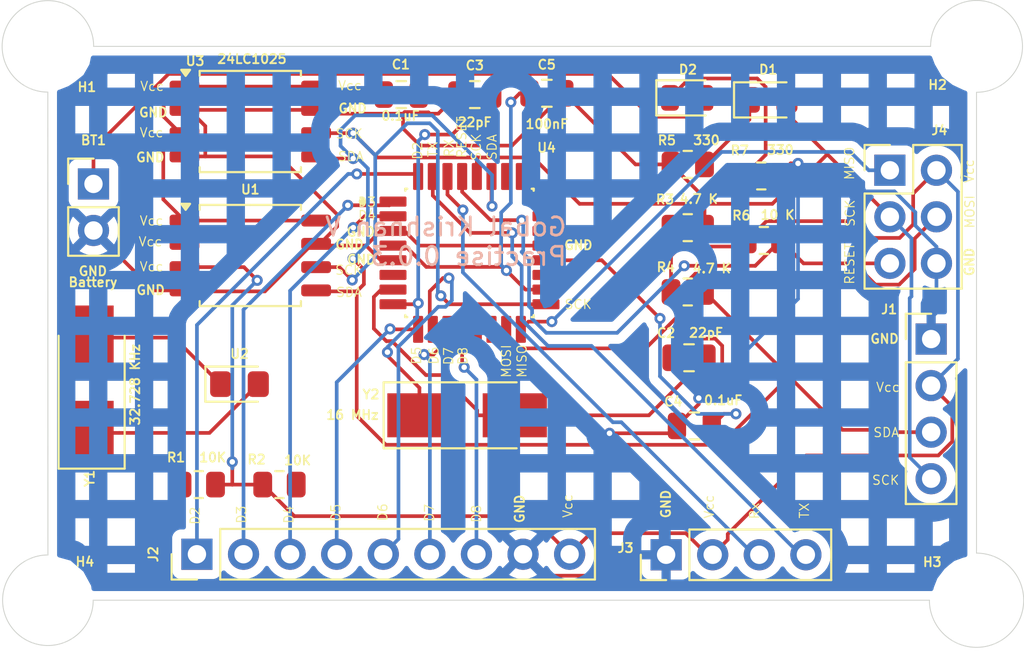
<source format=kicad_pcb>
(kicad_pcb (version 20241229) (generator "pcbnew") (generator_version "9.0")
  (title_block (title "${project_name}") (date "2025-04-25") (rev "0.0.3") (company "Gobal Krishnan V"))
  (layers (0 "F.Cu" mixed) (2 "B.Cu" mixed) (13 "F.Paste" user) (15 "B.Paste" user) (5 "F.SilkS" user "F.Silkscreen") (7 "B.SilkS" user "B.Silkscreen") (1 "F.Mask" user) (3 "B.Mask" user) (25 "Edge.Cuts" user))
  (property "project_name" "MCU Datalogger with memory and clock")
  (net 0 "")
  (net 1 "Net-(BT1-+)")
  (net 2 "GND")
  (net 3 "/Vcc")
  (net 4 "Net-(U4-PB6)")
  (net 5 "Net-(U4-PB7)")
  (net 6 "Net-(U4-AREF)")
  (net 7 "/SCK")
  (net 8 "Net-(D1-K)")
  (net 9 "Net-(D2-K)")
  (net 10 "/SDA")
  (net 11 "/D6")
  (net 12 "/D3")
  (net 13 "/D7")
  (net 14 "/D2")
  (net 15 "/D4")
  (net 16 "/D5")
  (net 17 "/D8")
  (net 18 "/TX")
  (net 19 "/RX")
  (net 20 "/MOSI")
  (net 21 "/RESET")
  (net 22 "/MISO")
  (net 23 "Net-(U2-~{INTA})")
  (net 24 "Net-(U2-SQW{slash}~INT)")
  (net 25 "Net-(U2-X1)")
  (net 26 "Net-(U2-X2)")
  (footprint "Connector_PinHeader_2.54mm:PinHeader_1x02_P2.54mm_Vertical" (layer "F.Cu") (at 75.55 97.545)
    (property "Reference" "BT1")
    (property "Value" "Battery")
  )
  (footprint "Connector_PinHeader_2.54mm:PinHeader_1x04_P2.54mm_Vertical" (layer "F.Cu") (at 121.22 106.01)
    (property "Reference" "J1")
    (property "Value" "Conn_01x04_Pin")
  )
  (footprint "Resistor_SMD:R_0805_2012Metric" (layer "F.Cu") (at 111.96 97.11)
    (property "Reference" "R7")
    (property "Value" "330")
  )
  (footprint "Resistor_SMD:R_0805_2012Metric" (layer "F.Cu") (at 112.1 100.63)
    (property "Reference" "R6")
    (property "Value" "10 K")
  )
  (footprint "Resistor_SMD:R_0805_2012Metric" (layer "F.Cu") (at 107.95 103.44)
    (property "Reference" "R4")
    (property "Value" "4.7 K")
  )
  (footprint "Capacitor_SMD:C_0805_2012Metric" (layer "F.Cu") (at 96.34 92.67)
    (property "Reference" "C3")
    (property "Value" "22pF")
  )
  (footprint "Package_SO:SOIC-8_5.3x5.3mm_P1.27mm" (layer "F.Cu") (at 84.1 94.14)
    (property "Reference" "U3")
    (property "Value" "24LC1025")
  )
  (footprint "MountingHole:MountingHole_2.1mm" (layer "F.Cu") (at 73.065 90.04)
    (property "Reference" "H1")
    (property "Value" "MountingHole")
  )
  (footprint "Resistor_SMD:R_0805_2012Metric" (layer "F.Cu") (at 81.29 113.95 180)
    (property "Reference" "R1")
    (property "Value" "10K")
  )
  (footprint "MountingHole:MountingHole_2.1mm" (layer "F.Cu") (at 123.695 120.26)
    (property "Reference" "H3")
    (property "Value" "MountingHole")
  )
  (footprint "Capacitor_SMD:C_0805_2012Metric" (layer "F.Cu") (at 108.31 110.75)
    (property "Reference" "C4")
    (property "Value" "0.1uF")
  )
  (footprint "MountingHole:MountingHole_2.1mm" (layer "F.Cu") (at 123.695 90.04)
    (property "Reference" "H2")
    (property "Value" "MountingHole")
  )
  (footprint "Crystal:Crystal_SMD_5032-2Pin_5.0x3.2mm_HandSoldering" (layer "F.Cu") (at 95.92 110.17)
    (property "Reference" "Y2")
    (property "Value" "16 MHz")
  )
  (footprint "Connector_PinHeader_2.54mm:PinHeader_2x03_P2.54mm_Vertical" (layer "F.Cu") (at 118.97 96.8)
    (property "Reference" "J4")
    (property "Value" "Conn_02x03_Odd_Even")
  )
  (footprint "Resistor_SMD:R_0805_2012Metric" (layer "F.Cu") (at 85.69 113.95)
    (property "Reference" "R2")
    (property "Value" "10K")
  )
  (footprint "Connector_PinHeader_2.54mm:PinHeader_1x04_P2.54mm_Vertical" (layer "F.Cu") (at 106.77 117.78 90)
    (property "Reference" "J3")
    (property "Value" "Conn_01x04_Pin")
  )
  (footprint "Crystal:Crystal_SMD_5032-2Pin_5.0x3.2mm_HandSoldering" (layer "F.Cu") (at 75.45 108.53 90)
    (property "Reference" "Y1")
    (property "Value" "32.728 KHz")
  )
  (footprint "Package_SO:SOIC-8_5.3x5.3mm_P1.27mm" (layer "F.Cu") (at 84.1 101.45)
    (property "Reference" "U1")
    (property "Value" "24LC1025")
  )
  (footprint "Capacitor_SMD:C_0805_2012Metric" (layer "F.Cu") (at 92.33 92.67)
    (property "Reference" "C1")
    (property "Value" "0.1uF")
  )
  (footprint "Capacitor_SMD:C_0805_2012Metric" (layer "F.Cu") (at 108.02 107.03)
    (property "Reference" "C2")
    (property "Value" "22pF")
  )
  (footprint "LED_SMD:LED_0805_2012Metric_Pad1.15x1.40mm_HandSolder" (layer "F.Cu") (at 83.51 108.47)
    (property "Reference" "U2")
    (property "Value" "DS1337S_")
  )
  (footprint "Connector_PinHeader_2.54mm:PinHeader_1x09_P2.54mm_Vertical" (layer "F.Cu") (at 81.19 117.75 90)
    (property "Reference" "J2")
    (property "Value" "Conn_01x09_Pin")
  )
  (footprint "LED_SMD:LED_0805_2012Metric" (layer "F.Cu") (at 107.92 92.85)
    (property "Reference" "D2")
    (property "Value" "LED")
  )
  (footprint "Resistor_SMD:R_0805_2012Metric" (layer "F.Cu") (at 107.95 99.93)
    (property "Reference" "R3")
    (property "Value" "4.7 K")
  )
  (footprint "Capacitor_SMD:C_0805_2012Metric" (layer "F.Cu") (at 100.27 92.6)
    (property "Reference" "C5")
    (property "Value" "100nF")
  )
  (footprint "LED_SMD:LED_0805_2012Metric_Pad1.15x1.40mm_HandSolder" (layer "F.Cu") (at 112.3325 92.96)
    (property "Reference" "D1")
    (property "Value" "LED")
  )
  (footprint "MountingHole:MountingHole_2.1mm" (layer "F.Cu") (at 73.065 120.26)
    (property "Reference" "H4")
    (property "Value" "MountingHole")
  )
  (footprint "Resistor_SMD:R_0805_2012Metric" (layer "F.Cu") (at 107.95 96.48)
    (property "Reference" "R5")
    (property "Value" "330")
  )
  (footprint "ATMEGA328P-AU:QFP80P900X900X120-32N" (layer "F.Cu") (at 96.05 101.31)
    (property "Reference" "U4")
    (property "Value" "ATMEGA328P-AU")
  )
  (gr_arc (start 73.058293 92.534991) (mid 71.303141 88.273399) (end 75.56 90.04) (stroke (width 0.05)) (layer "Edge.Cuts"))
  (gr_arc (start 121.19 90.04) (mid 125.466302 88.268698) (end 123.695 92.545) (stroke (width 0.05)) (layer "Edge.Cuts"))
  (gr_arc (start 123.695 117.69) (mid 125.512264 122.077264) (end 121.125 120.26) (stroke (width 0.05)) (layer "Edge.Cuts"))
  (gr_line (start 75.56 90.04) (end 121.19 90.04) (stroke (width 0.05)) (layer "Edge.Cuts"))
  (gr_line (start 73.065 117.79) (end 73.059529 92.534994) (stroke (width 0.05)) (layer "Edge.Cuts"))
  (gr_line (start 121.125 120.26) (end 75.535 120.26) (stroke (width 0.05)) (layer "Edge.Cuts"))
  (gr_arc (start 75.535 120.26) (mid 71.318446 122.006554) (end 73.065 117.79) (stroke (width 0.05)) (layer "Edge.Cuts"))
  (gr_line (start 123.695 92.545) (end 123.695 117.69) (stroke (width 0.05)) (layer "Edge.Cuts"))
  (gr_text "SCK" (at 88.69 102.54 0) (layer "F.SilkS") (effects (font (size 0.5 0.5) (thickness 0.0625)) (justify left bottom)))
  (gr_text "SCK" (at 96.71 96.31 90) (layer "F.SilkS") (effects (font (size 0.5 0.5) (thickness 0.0625)) (justify left bottom)))
  (gr_text "MISO" (at 99.2 108.16 90) (layer "F.SilkS") (effects (font (size 0.5 0.5) (thickness 0.0625)) (justify left bottom)))
  (gr_text "SCK" (at 101.2 104.41 0) (layer "F.SilkS") (effects (font (size 0.5 0.5) (thickness 0.0625)) (justify left bottom)))
  (gr_text "D7" (at 94.16 116.02 90) (layer "F.SilkS") (effects (font (size 0.5 0.5) (thickness 0.0625)) (justify left bottom)))
  (gr_text "SCK" (at 117.96 114 0) (layer "F.SilkS") (effects (font (size 0.5 0.5) (thickness 0.0625)) (justify left bottom)))
  (gr_text "GND" (at 99.08 116.1 90) (layer "F.SilkS") (effects (font (size 0.5 0.5) (thickness 0.1) (bold yes)) (justify left bottom)))
  (gr_text "D5" (at 89.05 116.02 90) (layer "F.SilkS") (effects (font (size 0.5 0.5) (thickness 0.0625)) (justify left bottom)))
  (gr_text "GND" (at 88.85 93.72 0) (layer "F.SilkS") (effects (font (size 0.5 0.5) (thickness 0.1) (bold yes)) (justify left bottom)))
  (gr_text "Vcc" (at 78.03 102.35 0) (layer "F.SilkS") (effects (font (size 0.5 0.5) (thickness 0.0625)) (justify left bottom)))
  (gr_text "Vcc" (at 123.59 97.53 90) (layer "F.SilkS") (effects (font (size 0.5 0.5) (thickness 0.0625)) (justify left bottom)))
  (gr_text "GND" (at 101.16 101.18 0) (layer "F.SilkS") (effects (font (size 0.5 0.5) (thickness 0.1) (bold yes)) (justify left bottom)))
  (gr_text "SDA" (at 97.57 96.28 90) (layer "F.SilkS") (effects (font (size 0.5 0.5) (thickness 0.0625)) (justify left bottom)))
  (gr_text "GND" (at 88.68 101.14 0) (layer "F.SilkS") (effects (font (size 0.5 0.5) (thickness 0.1) (bold yes)) (justify left bottom)))
  (gr_text "GND" (at 77.82 96.39 0) (layer "F.SilkS") (effects (font (size 0.5 0.5) (thickness 0.1) (bold yes)) (justify left bottom)))
  (gr_text "D4" (at 86.49 116.12 90) (layer "F.SilkS") (effects (font (size 0.5 0.5) (thickness 0.0625)) (justify left bottom)))
  (gr_text "GND" (at 117.85 106.29 0) (layer "F.SilkS") (effects (font (size 0.5 0.5) (thickness 0.1) (bold yes)) (justify left bottom)))
  (gr_text "TX" (at 94.34 96.13 90) (layer "F.SilkS") (effects (font (size 0.5 0.5) (thickness 0.0625)) (justify left bottom)))
  (gr_text "GND" (at 123.6 102.63 90) (layer "F.SilkS") (effects (font (size 0.5 0.5) (thickness 0.1) (bold yes)) (justify left bottom)))
  (gr_text "RESET" (at 95.92 96.17 90) (layer "F.SilkS") (effects (font (size 0.5 0.5) (thickness 0.0625)) (justify left bottom)))
  (gr_text "SDA" (at 88.74 103.75 0) (layer "F.SilkS") (effects (font (size 0.5 0.5) (thickness 0.0625)) (justify left bottom)))
  (gr_text "Vcc" (at 118.18 108.93 0) (layer "F.SilkS") (effects (font (size 0.5 0.5) (thickness 0.0625)) (justify left bottom)))
  (gr_text "SCK" (at 88.71 95.1 0) (layer "F.SilkS") (effects (font (size 0.5 0.5) (thickness 0.0625)) (justify left bottom)))
  (gr_text "GND" (at 77.98 93.94 0) (layer "F.SilkS") (effects (font (size 0.5 0.5) (thickness 0.1) (bold yes)) (justify left bottom)))
  (gr_text "Vcc" (at 109.41 115.84 90) (layer "F.SilkS") (effects (font (size 0.5 0.5) (thickness 0.0625)) (justify left bottom)))
  (gr_text "Vcc" (at 78.06 92.51 0) (layer "F.SilkS") (effects (font (size 0.5 0.5) (thickness 0.0625)) (justify left bottom)))
  (gr_text "Vcc" (at 77.97 100.99 0) (layer "F.SilkS") (effects (font (size 0.5 0.5) (thickness 0.0625)) (justify left bottom)))
  (gr_text "MOSI\n" (at 123.62 100.01 90) (layer "F.SilkS") (effects (font (size 0.5 0.5) (thickness 0.0625)) (justify left bottom)))
  (gr_text "RESET" (at 117.07 103.07 90) (layer "F.SilkS") (effects (font (size 0.5 0.5) (thickness 0.0625)) (justify left bottom)))
  (gr_text "GND" (at 89.32 101.97 0) (layer "F.SilkS") (effects (font (size 0.5 0.5) (thickness 0.1) (bold yes)) (justify left bottom)))
  (gr_text "Vcc" (at 78.03 95.04 0) (layer "F.SilkS") (effects (font (size 0.5 0.5) (thickness 0.0625)) (justify left bottom)))
  (gr_text "D5" (at 93.45 107.44 90) (layer "F.SilkS") (effects (font (size 0.5 0.5) (thickness 0.0625)) (justify left bottom)))
  (gr_text "GND" (at 74.69 102.6 0) (layer "F.SilkS") (effects (font (size 0.5 0.5) (thickness 0.1) (bold yes)) (justify left bottom)))
  (gr_text "D8" (at 96.72 116.07 90) (layer "F.SilkS") (effects (font (size 0.5 0.5) (thickness 0.0625)) (justify left bottom)))
  (gr_text "Vcc" (at 101.7 115.8 90) (layer "F.SilkS") (effects (font (size 0.5 0.5) (thickness 0.0625)) (justify left bottom)))
  (gr_text "D7" (at 95.2 107.47 90) (layer "F.SilkS") (effects (font (size 0.5 0.5) (thickness 0.0625)) (justify left bottom)))
  (gr_text "D4" (at 89.94 99.56 0) (layer "F.SilkS") (effects (font (size 0.5 0.5) (thickness 0.0625)) (justify left bottom)))
  (gr_text "D6\n" (at 91.61 115.99 90) (layer "F.SilkS") (effects (font (size 0.5 0.5) (thickness 0.0625)) (justify left bottom)))
  (gr_text "Vcc" (at 88.85 92.47 0) (layer "F.SilkS") (effects (font (size 0.5 0.5) (thickness 0.0625)) (justify left bottom)))
  (gr_text "D8" (at 95.98 107.46 90) (layer "F.SilkS") (effects (font (size 0.5 0.5) (thickness 0.0625)) (justify left bottom)))
  (gr_text "D2" (at 93.51 96.26 90) (layer "F.SilkS") (effects (font (size 0.5 0.5) (thickness 0.0625)) (justify left bottom)))
  (gr_text "Vcc" (at 78.03 99.85 0) (layer "F.SilkS") (effects (font (size 0.5 0.5) (thickness 0.0625)) (justify left bottom)))
  (gr_text "SDA" (at 118.03 111.4 0) (layer "F.SilkS") (effects (font (size 0.5 0.5) (thickness 0.0625)) (justify left bottom)))
  (gr_text "TX" (at 114.6 115.84 90) (layer "F.SilkS") (effects (font (size 0.5 0.5) (thickness 0.0625)) (justify left bottom)))
  (gr_text "D3" (at 89.93 98.83 0) (layer "F.SilkS") (effects (font (size 0.5 0.5) (thickness 0.0625)) (justify left bottom)))
  (gr_text "D3" (at 83.91 116.12 90) (layer "F.SilkS") (effects (font (size 0.5 0.5) (thickness 0.0625)) (justify left bottom)))
  (gr_text "GND" (at 89.3 100.45 0) (layer "F.SilkS") (effects (font (size 0.5 0.5) (thickness 0.1) (bold yes)) (justify left bottom)))
  (gr_text "GND" (at 77.84 103.63 0) (layer "F.SilkS") (effects (font (size 0.5 0.5) (thickness 0.1) (bold yes)) (justify left bottom)))
  (gr_text "D2" (at 81.38 116.18 90) (layer "F.SilkS") (effects (font (size 0.5 0.5) (thickness 0.0625)) (justify left bottom)))
  (gr_text "RX" (at 95.23 96.13 90) (layer "F.SilkS") (effects (font (size 0.5 0.5) (thickness 0.0625)) (justify left bottom)))
  (gr_text "Rx" (at 111.88 115.88 90) (layer "F.SilkS") (effects (font (size 0.5 0.5) (thickness 0.0625)) (justify left bottom)))
  (gr_text "GND" (at 107.05 115.84 90) (layer "F.SilkS") (effects (font (size 0.5 0.5) (thickness 0.1) (bold yes)) (justify left bottom)))
  (gr_text "SDA" (at 88.84 96.34 0) (layer "F.SilkS") (effects (font (size 0.5 0.5) (thickness 0.0625)) (justify left bottom)))
  (gr_text "D6\n" (at 94.4 107.44 90) (layer "F.SilkS") (effects (font (size 0.5 0.5) (thickness 0.0625)) (justify left bottom)))
  (gr_text "MOSI\n" (at 98.35 108.16 90) (layer "F.SilkS") (effects (font (size 0.5 0.5) (thickness 0.0625)) (justify left bottom)))
  (gr_text "MISO" (at 117.06 97.37 90) (layer "F.SilkS") (effects (font (size 0.5 0.5) (thickness 0.0625)) (justify left bottom)))
  (gr_text "SCK" (at 117.09 99.92 90) (layer "F.SilkS") (effects (font (size 0.5 0.5) (thickness 0.0625)) (justify left bottom)))
  (gr_text "Gobal Krishnan V\nPractise 0.0.3" (at 101.43 102.08 0) (layer "B.SilkS") (effects (font (size 1 1)) (justify left bottom mirror)))
  (segment (start 99.32 92.6) (end 98.7915 92.6) (width 0.2) (layer "F.Cu") (net 1))
  (segment (start 105.9293 93.88) (end 103.5924 91.5431) (width 0.2) (layer "F.Cu") (net 1))
  (segment (start 99.32 91.5431) (end 79.6405 91.5431) (width 0.2) (layer "F.Cu") (net 1))
  (segment (start 75.55 95.6336) (end 75.55 97.545) (width 0.2) (layer "F.Cu") (net 1))
  (segment (start 100.22 103.31) (end 99.1071 103.31) (width 0.2) (layer "F.Cu") (net 1))
  (segment (start 91.88 100.91) (end 92.53 100.91) (width 0.2) (layer "F.Cu") (net 1))
  (segment (start 99.32 92.6) (end 99.32 91.5431) (width 0.2) (layer "F.Cu") (net 1))
  (segment (start 108.8575 92.85) (end 107.8275 93.88) (width 0.2) (layer "F.Cu") (net 1))
  (segment (start 79.6405 91.5431) (end 75.55 95.6336) (width 0.2) (layer "F.Cu") (net 1))
  (segment (start 99.1071 103.31) (end 98.0641 102.267) (width 0.2) (layer "F.Cu") (net 1))
  (segment (start 97.8697 102.0726) (end 98.0641 102.267) (width 0.2) (layer "F.Cu") (net 1))
  (segment (start 103.5924 91.5431) (end 99.32 91.5431) (width 0.2) (layer "F.Cu") (net 1))
  (segment (start 92.53 100.91) (end 93.6926 102.0726) (width 0.2) (layer "F.Cu") (net 1))
  (segment (start 98.7915 92.6) (end 98.305 93.0865) (width 0.2) (layer "F.Cu") (net 1))
  (segment (start 93.6926 102.0726) (end 97.8697 102.0726) (width 0.2) (layer "F.Cu") (net 1))
  (segment (start 107.8275 93.88) (end 105.9293 93.88) (width 0.2) (layer "F.Cu") (net 1))
  (via (at 98.305 93.0865) (size 0.6) (drill 0.3) (layers "F.Cu" "B.Cu") (net 1))
  (via (at 98.0641 102.267) (size 0.6) (drill 0.3) (layers "F.Cu" "B.Cu") (net 1))
  (segment (start 98.0641 102.267) (end 97.7779 101.9808) (width 0.2) (layer "B.Cu") (net 1))
  (segment (start 97.7779 101.9808) (end 97.7779 99.1084) (width 0.2) (layer "B.Cu") (net 1))
  (segment (start 97.7779 99.1084) (end 98.305 98.5813) (width 0.2) (layer "B.Cu") (net 1))
  (segment (start 98.305 98.5813) (end 98.305 93.0865) (width 0.2) (layer "B.Cu") (net 1))
  (segment (start 112.8725 97.11) (end 111.8235 98.159) (width 0.2) (layer "F.Cu") (net 2))
  (segment (start 101.22 92.6) (end 105.1 96.48) (width 0.2) (layer "F.Cu") (net 2))
  (segment (start 93.362 95.4542) (end 98.3658 95.4542) (width 0.2) (layer "F.Cu") (net 2))
  (segment (start 87.6875 93.505) (end 80.5125 93.505) (width 0.2) (layer "F.Cu") (net 2))
  (segment (start 84.894 103.4087) (end 87.3943 100.9084) (width 0.2) (layer "F.Cu") (net 2))
  (segment (start 104.1666 118.9217) (end 100.1417 118.9217) (width 0.2) (layer "F.Cu") (net 2))
  (segment (start 87.8901 100.815) (end 88.8368 99.8683) (width 0.2) (layer "F.Cu") (net 2))
  (segment (start 93.1832 93.6241) (end 92.518 93.6241) (width 0.2) (layer "F.Cu") (net 2))
  (segment (start 109.4386 105.9848) (end 109.8283 106.3745) (width 0.2) (layer "F.Cu") (net 2))
  (segment (start 81.646 96.045) (end 81.646 94.3889) (width 0.2) (layer "F.Cu") (net 2))
  (segment (start 91.2122 101.71) (end 90.4106 100.9084) (width 0.2) (layer "F.Cu") (net 2))
  (segment (start 92.4288 93.7133) (end 92.4288 94.521) (width 0.2) (layer "F.Cu") (net 2))
  (segment (start 91.88 101.71) (end 91.2122 101.71) (width 0.2) (layer "F.Cu") (net 2))
  (segment (start 95.39 92.67) (end 94.3482 93.7118) (width 0.2) (layer "F.Cu") (net 2))
  (segment (start 92.4288 93.7133) (end 87.8958 93.7133) (width 0.2) (layer "F.Cu") (net 2))
  (segment (start 93.2164 93.6573) (end 93.1832 93.6241) (width 0.2) (layer "F.Cu") (net 2))
  (segment (start 88.8368 99.8683) (end 88.8368 99.2125) (width 0.2) (layer "F.Cu") (net 2))
  (segment (start 106.77 117.78) (end 106.76 117.77) (width 0.2) (layer "F.Cu") (net 2))
  (segment (start 111.8235 98.159) (end 108.7165 98.159) (width 0.2) (layer "F.Cu") (net 2))
  (segment (start 93.3089 100.91) (end 92.5089 100.11) (width 0.2) (layer "F.Cu") (net 2))
  (segment (start 93.8816 93.7118) (end 93.8122 93.6424) (width 0.2) (layer "F.Cu") (net 2))
  (segment (start 81.646 94.3889) (end 80.7621 93.505) (width 0.2) (layer "F.Cu") (net 2))
  (segment (start 106.9593 111.1507) (end 103.6842 111.1507) (width 0.2) (layer "F.Cu") (net 2))
  (segment (start 106.76 117.77) (end 105.3183 117.77) (width 0.2) (layer "F.Cu") (net 2))
  (segment (start 80.5125 103.355) (end 80.5662 103.4087) (width 0.2) (layer "F.Cu") (net 2))
  (segment (start 108.7165 98.159) (end 107.0375 96.48) (width 0.2) (layer "F.Cu") (net 2))
  (segment (start 91.88 100.11) (end 91.209 100.11) (width 0.2) (layer "F.Cu") (net 2))
  (segment (start 88.8368 99.2125) (end 85.6693 96.045) (width 0.2) (layer "F.Cu") (net 2))
  (segment (start 93.28 92.67) (end 95.39 92.67) (width 0.2) (layer "F.Cu") (net 2))
  (segment (start 92.518 93.6241) (end 92.4288 93.7133) (width 0.2) (layer "F.Cu") (net 2))
  (segment (start 108.5488 109.2315) (end 108.5488 109.5612) (width 0.2) (layer "F.Cu") (net 2))
  (segment (start 107.36 110.75) (end 106.9593 111.1507) (width 0.2) (layer "F.Cu") (net 2))
  (segment (start 105.3183 117.77) (end 104.1666 118.9217) (width 0.2) (layer "F.Cu") (net 2))
  (segment (start 87.797 100.815) (end 87.8901 100.815) (width 0.2) (layer "F.Cu") (net 2))
  (segment (start 87.797 100.9084) (end 87.797 100.815) (width 0.2) (layer "F.Cu") (net 2))
  (segment (start 105.1 96.48) (end 107.0375 96.48) (width 0.2) (layer "F.Cu") (net 2))
  (segment (start 92.4288 94.521) (end 93.362 95.4542) (width 0.2) (layer "F.Cu") (net 2))
  (segment (start 80.5662 103.4087) (end 84.894 103.4087) (width 0.2) (layer "F.Cu") (net 2))
  (segment (start 93.3139 93.6424) (end 93.299 93.6573) (width 0.2) (layer "F.Cu") (net 2))
  (segment (start 81.646 96.045) (end 80.5125 96.045) (width 0.2) (layer "F.Cu") (net 2))
  (segment (start 100.22 100.91) (end 93.3089 100.91) (width 0.2) (layer "F.Cu") (net 2))
  (segment (start 100.1417 118.9217) (end 98.97 117.75) (width 0.2) (layer "F.Cu") (net 2))
  (segment (start 87.8958 93.7133) (end 87.6875 93.505) (width 0.2) (layer "F.Cu") (net 2))
  (segment (start 87.797 100.815) (end 87.6875 100.815) (width 0.2) (layer "F.Cu") (net 2))
  (segment (start 90.4106 100.9084) (end 87.797 100.9084) (width 0.2) (layer "F.Cu") (net 2))
  (segment (start 94.3482 93.7118) (end 93.8816 93.7118) (width 0.2) (layer "F.Cu") (net 2))
  (segment (start 109.8283 106.3745) (end 109.8283 107.952) (width 0.2) (layer "F.Cu") (net 2))
  (segment (start 108.1152 105.9848) (end 109.4386 105.9848) (width 0.2) (layer "F.Cu") (net 2))
  (segment (start 85.6693 96.045) (end 81.646 96.045) (width 0.2) (layer "F.Cu") (net 2))
  (segment (start 98.3658 95.4542) (end 101.22 92.6) (width 0.2) (layer "F.Cu") (net 2))
  (segment (start 109.8283 107.952) (end 108.5488 109.2315) (width 0.2) (layer "F.Cu") (net 2))
  (segment (start 107.07 107.03) (end 108.1152 105.9848) (width 0.2) (layer "F.Cu") (net 2))
  (segment (start 113.9624 96.4241) (end 113.5584 96.4241) (width 0.2) (layer "F.Cu") (net 2))
  (segment (start 108.5488 109.5612) (end 107.36 110.75) (width 0.2) (layer "F.Cu") (net 2))
  (segment (start 113.5584 96.4241) (end 112.8725 97.11) (width 0.2) (layer "F.Cu") (net 2))
  (segment (start 91.209 100.11) (end 90.4106 100.9084) (width 0.2) (layer "F.Cu") (net 2))
  (segment (start 93.299 93.6573) (end 93.2164 93.6573) (width 0.2) (layer "F.Cu") (net 2))
  (segment (start 78.82 103.355) (end 80.5125 103.355) (width 0.2) (layer "F.Cu") (net 2))
  (segment (start 92.5089 100.11) (end 91.88 100.11) (width 0.2) (layer "F.Cu") (net 2))
  (segment (start 93.8122 93.6424) (end 93.3139 93.6424) (width 0.2) (layer "F.Cu") (net 2))
  (segment (start 80.7621 93.505) (end 80.5125 93.505) (width 0.2) (layer "F.Cu") (net 2))
  (segment (start 87.3943 100.9084) (end 87.797 100.9084) (width 0.2) (layer "F.Cu") (net 2))
  (segment (start 75.55 100.085) (end 78.82 103.355) (width 0.2) (layer "F.Cu") (net 2))
  (via (at 113.9624 96.4241) (size 0.6) (drill 0.3) (layers "F.Cu" "B.Cu") (net 2))
  (via (at 103.6842 111.1507) (size 0.6) (drill 0.3) (layers "F.Cu" "B.Cu") (net 2))
  (via (at 108.5488 109.2315) (size 0.6) (drill 0.3) (layers "F.Cu" "B.Cu") (net 2))
  (segment (start 103.6842 111.1507) (end 106.47 113.9365) (width 0.2) (layer "B.Cu") (net 2))
  (segment (start 106.77 117.71) (end 106.77 117.78) (width 0.2) (layer "B.Cu") (net 2))
  (segment (start 113.9624 96.4241) (end 113.9624 103.8179) (width 0.2) (layer "B.Cu") (net 2))
  (segment (start 121.51 101.88) (end 121.51 100.9687) (width 0.2) (layer "B.Cu") (net 2))
  (segment (start 121.51 100.9687) (end 120.3582 99.8169) (width 0.2) (layer "B.Cu") (net 2))
  (segment (start 120.3582 99.8169) (end 120.3582 99.0908) (width 0.2) (layer "B.Cu") (net 2))
  (segment (start 106.47 113.9365) (end 106.47 117.41) (width 0.2) (layer "B.Cu") (net 2))
  (segment (start 119.2191 97.9517) (end 115.49 97.9517) (width 0.2) (layer "B.Cu") (net 2))
  (segment (start 121.22 104.8583) (end 121.51 104.5683) (width 0.2) (layer "B.Cu") (net 2))
  (segment (start 115.49 97.9517) (end 113.9624 96.4241) (width 0.2) (layer "B.Cu") (net 2))
  (segment (start 106.47 117.41) (end 106.77 117.71) (width 0.2) (layer "B.Cu") (net 2))
  (segment (start 120.3582 99.0908) (end 119.2191 97.9517) (width 0.2) (layer "B.Cu") (net 2))
  (segment (start 121.51 104.5683) (end 121.51 101.88) (width 0.2) (layer "B.Cu") (net 2))
  (segment (start 113.9624 103.8179) (end 108.5488 109.2315) (width 0.2) (layer "B.Cu") (net 2))
  (segment (start 121.22 106.01) (end 121.22 104.8583) (width 0.2) (layer "B.Cu") (net 2))
  (segment (start 112.2403 99.5772) (end 111.1875 100.63) (width 0.2) (layer "F.Cu") (net 3))
  (segment (start 109.02 117.78) (end 109.31 117.78) (width 0.2) (layer "F.Cu") (net 3))
  (segment (start 87.6875 92.235) (end 80.5125 92.235) (width 0.2) (layer "F.Cu") (net 3))
  (segment (start 119.5033 100.4917) (end 117.5818 100.4917) (width 0.2) (layer "F.Cu") (net 3))
  (segment (start 116.6673 99.5772) (end 112.2403 99.5772) (width 0.2) (layer "F.Cu") (net 3))
  (segment (start 80.2977 92.235) (end 79.3749 93.1578) (width 0.2) (layer "F.Cu") (net 3))
  (segment (start 79.3749 93.1578) (end 79.3749 93.8749) (width 0.2) (layer "F.Cu") (net 3))
  (segment (start 101.51 117.75) (end 102.6583 116.6017) (width 0.2) (layer "F.Cu") (net 3))
  (segment (start 80.275 94.775) (end 80.3938 94.775) (width 0.2) (layer "F.Cu") (net 3))
  (segment (start 87.6875 99.545) (end 80.5125 99.545) (width 0.2) (layer "F.Cu") (net 3))
  (segment (start 88.1225 92.67) (end 87.6875 92.235) (width 0.2) (layer "F.Cu") (net 3))
  (segment (start 80.5125 102.085) (end 80.5125 100.815) (width 0.2) (layer "F.Cu") (net 3))
  (segment (start 110.13 116.96) (end 110.13 116.65) (width 0.2) (layer "F.Cu") (net 3))
  (segment (start 109.31 117.78) (end 110.13 116.96) (width 0.2) (layer "F.Cu") (net 3))
  (segment (start 107.5524 100.4449) (end 107.5524 100.9598) (width 0.2) (layer "F.Cu") (net 3))
  (segment (start 107.5524 100.9598) (end 107.0375 101.4747) (width 0.2) (layer "F.Cu") (net 3))
  (segment (start 114.42 112.36) (end 121.6126 112.36) (width 0.2) (layer "F.Cu") (net 3))
  (segment (start 110.13 116.65) (end 114.42 112.36) (width 0.2) (layer "F.Cu") (net 3))
  (segment (start 80.3938 94.775) (end 80.2971 94.775) (width 0.2) (layer "F.Cu") (net 3))
  (segment (start 121.6126 112.36) (end 122.3722 111.6004) (width 0.2) (layer "F.Cu") (net 3))
  (segment (start 83.755 102.085) (end 84.477 102.807) (width 0.2) (layer "F.Cu") (net 3))
  (segment (start 79.3554 98.3879) (end 80.5125 99.545) (width 0.2) (layer "F.Cu") (net 3))
  (segment (start 99.4326 115.6726) (end 86.5001 115.6726) (width 0.2) (layer "F.Cu") (net 3))
  (segment (start 80.3938 94.775) (end 80.5125 94.775) (width 0.2) (layer "F.Cu") (net 3))
  (segment (start 84.7775 113.95) (end 83.1178 113.95) (width 0.2) (layer "F.Cu") (net 3))
  (segment (start 110.8577 100.9598) (end 111.1875 100.63) (width 0.2) (layer "F.Cu") (net 3))
  (segment (start 107.0375 101.4747) (end 107.0375 103.44) (width 0.2) (layer "F.Cu") (net 3))
  (segment (start 102.6583 116.6017) (end 107.8417 116.6017) (width 0.2) (layer "F.Cu") (net 3))
  (segment (start 107.8417 116.6017) (end 109.02 117.78) (width 0.2) (layer "F.Cu") (net 3))
  (segment (start 122.3722 111.6004) (end 122.3722 109.7022) (width 0.2) (layer "F.Cu") (net 3))
  (segment (start 83.1178 112.7114) (end 83.1178 113.0598) (width 0.2) (layer "F.Cu") (net 3))
  (segment (start 83.1178 112.7114) (end 83.1178 113.95) (width 0.2) (layer "F.Cu") (net 3))
  (segment (start 80.5125 92.235) (end 80.2977 92.235) (width 0.2) (layer "F.Cu") (net 3))
  (segment (start 79.3749 93.8749) (end 80.275 94.775) (width 0.2) (layer "F.Cu") (net 3))
  (segment (start 86.5001 115.6726) (end 84.7775 113.95) (width 0.2) (layer "F.Cu") (net 3))
  (segment (start 107.0375 99.93) (end 107.5524 100.4449) (width 0.2) (layer "F.Cu") (net 3))
  (segment (start 120.24 99.755) (end 119.5033 100.4917) (width 0.2) (layer "F.Cu") (net 3))
  (segment (start 79.3554 95.7167) (end 79.3554 98.3879) (width 0.2) (layer "F.Cu") (net 3))
  (segment (start 91.38 92.67) (end 88.1225 92.67) (width 0.2) (layer "F.Cu") (net 3))
  (segment (start 82.2025 113.95) (end 83.1178 113.95) (width 0.2) (layer "F.Cu") (net 3))
  (segment (start 83.1178 113.0598) (end 83.1178 112.7114) (width 0.2) (layer "F.Cu") (net 3))
  (segment (start 80.5125 102.085) (end 83.755 102.085) (width 0.2) (layer "F.Cu") (net 3))
  (segment (start 121.51 96.8) (end 120.24 98.07) (width 0.2) (layer "F.Cu") (net 3))
  (segment (start 120.24 98.07) (end 120.24 99.755) (width 0.2) (layer "F.Cu") (net 3))
  (segment (start 101.51 117.75) (end 99.4326 115.6726) (width 0.2) (layer "F.Cu") (net 3))
  (segment (start 107.5524 100.9598) (end 110.8577 100.9598) (width 0.2) (layer "F.Cu") (net 3))
  (segment (start 80.2971 94.775) (end 79.3554 95.7167) (width 0.2) (layer "F.Cu") (net 3))
  (segment (start 122.3722 109.7022) (end 121.22 108.55) (width 0.2) (layer "F.Cu") (net 3))
  (segment (start 80.5125 99.545) (end 80.5125 100.815) (width 0.2) (layer "F.Cu") (net 3))
  (segment (start 117.5818 100.4917) (end 116.6673 99.5772) (width 0.2) (layer "F.Cu") (net 3))
  (via (at 83.1178 112.7114) (size 0.6) (drill 0.3) (layers "F.Cu" "B.Cu") (net 3))
  (via (at 84.477 102.807) (size 0.6) (drill 0.3) (layers "F.Cu" "B.Cu") (net 3))
  (segment (start 84.477 102.807) (end 83.1178 104.1662) (width 0.2) (layer "B.Cu") (net 3))
  (segment (start 122.6792 107.0908) (end 121.22 108.55) (width 0.2) (layer "B.Cu") (net 3))
  (segment (start 83.1178 112.7114) (end 83.1178 113.0598) (width 0.2) (layer "B.Cu") (net 3))
  (segment (start 83.1178 113.0598) (end 83.1178 112.7114) (width 0.2) (layer "B.Cu") (net 3))
  (segment (start 121.51 96.8) (end 122.6792 97.9692) (width 0.2) (layer "B.Cu") (net 3))
  (segment (start 122.6792 97.9692) (end 122.6792 107.0908) (width 0.2) (layer "B.Cu") (net 3))
  (segment (start 83.1178 104.1662) (end 83.1178 112.7114) (width 0.2) (layer "B.Cu") (net 3))
  (segment (start 108.97 107.03) (end 105.83 110.17) (width 0.2) (layer "F.Cu") (net 4))
  (segment (start 91.5191 106.1237) (end 90.8358 105.4404) (width 0.2) (layer "F.Cu") (net 4))
  (segment (start 105.83 110.17) (end 98.52 110.17) (width 0.2) (layer "F.Cu") (net 4))
  (segment (start 94.5466 107.9754) (end 93.6771 107.9754) (width 0.2) (layer "F.Cu") (net 4))
  (segment (start 93.6771 107.9754) (end 91.8254 106.1237) (width 0.2) (layer "F.Cu") (net 4))
  (segment (start 90.8358 103.7116) (end 91.2374 103.31) (width 0.2) (layer "F.Cu") (net 4))
  (segment (start 96.4683 110.17) (end 96.4683 109.8971) (width 0.2) (layer "F.Cu") (net 4))
  (segment (start 96.4683 109.8971) (end 94.5466 107.9754) (width 0.2) (layer "F.Cu") (net 4))
  (segment (start 98.52 110.17) (end 96.4683 110.17) (width 0.2) (layer "F.Cu") (net 4))
  (segment (start 90.8358 105.4404) (end 90.8358 103.7116) (width 0.2) (layer "F.Cu") (net 4))
  (segment (start 91.8254 106.1237) (end 91.5191 106.1237) (width 0.2) (layer "F.Cu") (net 4))
  (segment (start 91.2374 103.31) (end 91.88 103.31) (width 0.2) (layer "F.Cu") (net 4))
  (segment (start 91.5762 106.9245) (end 91.5762 106.7254) (width 0.2) (layer "F.Cu") (net 5))
  (segment (start 93.32 108.6683) (end 91.5762 106.9245) (width 0.2) (layer "F.Cu") (net 5))
  (segment (start 97.29 92.67) (end 95.1075 94.8525) (width 0.2) (layer "F.Cu") (net 5))
  (segment (start 95.1075 94.8525) (end 93.6111 94.8525) (width 0.2) (layer "F.Cu") (net 5))
  (segment (start 91.5762 106.7254) (end 91.5762 106.9245) (width 0.2) (layer "F.Cu") (net 5))
  (segment (start 91.5762 106.9245) (end 91.5762 106.7254) (width 0.2) (layer "F.Cu") (net 5))
  (segment (start 93.32 110.17) (end 93.32 108.6683) (width 0.2) (layer "F.Cu") (net 5))
  (segment (start 93.201 104.11) (end 91.88 104.11) (width 0.2) (layer "F.Cu") (net 5))
  (segment (start 93.2552 104.0558) (end 93.201 104.11) (width 0.2) (layer "F.Cu") (net 5))
  (via (at 93.2552 104.0558) (size 0.6) (drill 0.3) (layers "F.Cu" "B.Cu") (net 5))
  (via (at 93.6111 94.8525) (size 0.6) (drill 0.3) (layers "F.Cu" "B.Cu") (net 5))
  (via (at 91.5762 106.7254) (size 0.6) (drill 0.3) (layers "F.Cu" "B.Cu") (net 5))
  (segment (start 91.5762 106.7254) (end 91.5762 106.9245) (width 0.2) (layer "B.Cu") (net 5))
  (segment (start 91.5762 106.9245) (end 91.5762 106.7254) (width 0.2) (layer "B.Cu") (net 5))
  (segment (start 93.201 104.8268) (end 93.201 104.11) (width 0.2) (layer "B.Cu") (net 5))
  (segment (start 93.201 104.11) (end 93.2552 104.0558) (width 0.2) (layer "B.Cu") (net 5))
  (segment (start 93.2552 95.2084) (end 93.6111 94.8525) (width 0.2) (layer "B.Cu") (net 5))
  (segment (start 91.5762 106.7254) (end 91.5762 106.4516) (width 0.2) (layer "B.Cu") (net 5))
  (segment (start 91.5762 106.4516) (end 93.201 104.8268) (width 0.2) (layer "B.Cu") (net 5))
  (segment (start 93.2552 104.0558) (end 93.2552 95.2084) (width 0.2) (layer "B.Cu") (net 5))
  (segment (start 110.577 110.0924) (end 109.9176 110.0924) (width 0.2) (layer "F.Cu") (net 6))
  (segment (start 109.9176 110.0924) (end 109.26 110.75) (width 0.2) (layer "F.Cu") (net 6))
  (segment (start 100.22 101.71) (end 103.2597 101.71) (width 0.2) (layer "F.Cu") (net 6))
  (segment (start 103.2597 101.71) (end 106.4358 104.8861) (width 0.2) (layer "F.Cu") (net 6))
  (via (at 110.577 110.0924) (size 0.6) (drill 0.3) (layers "F.Cu" "B.Cu") (net 6))
  (via (at 106.4358 104.8861) (size 0.6) (drill 0.3) (layers "F.Cu" "B.Cu") (net 6))
  (segment (start 108.485 110.0924) (end 110.577 110.0924) (width 0.2) (layer "B.Cu") (net 6))
  (segment (start 106.4358 108.0432) (end 108.485 110.0924) (width 0.2) (layer "B.Cu") (net 6))
  (segment (start 106.4358 104.8861) (end 106.4358 108.0432) (width 0.2) (layer "B.Cu") (net 6))
  (segment (start 88.9525 102.085) (end 89.6564 102.7889) (width 0.2) (layer "F.Cu") (net 7))
  (segment (start 108.8625 98.6306) (end 102.0509 98.6306) (width 0.2) (layer "F.Cu") (net 7))
  (segment (start 108.8625 98.6306) (end 112.5623 98.6306) (width 0.2) (layer "F.Cu") (net 7))
  (segment (start 108.8625 99.93) (end 108.8625 98.6306) (width 0.2) (layer "F.Cu") (net 7))
  (segment (start 87.6875 94.775) (end 89.7028 94.775) (width 0.2) (layer "F.Cu") (net 7))
  (segment (start 87.6875 102.085) (end 88.9525 102.085) (width 0.2) (layer "F.Cu") (net 7))
  (segment (start 96.45 96.1025) (end 96.45 97.14) (width 0.2) (layer "F.Cu") (net 7))
  (segment (start 113.2581 98.2274) (end 115.5578 95.9277) (width 0.2) (layer "F.Cu") (net 7))
  (segment (start 91.0303 96.1025) (end 96.45 96.1025) (width 0.2) (layer "F.Cu") (net 7))
  (segment (start 113.3575 92.96) (end 113.3575 93.7275) (width 0.2) (layer "F.Cu") (net 7))
  (segment (start 102.0509 98.6306) (end 99.5228 96.1025) (width 0.2) (layer "F.Cu") (net 7))
  (segment (start 94.4865 103.6504) (end 94.9461 104.11) (width 0.2) (layer "F.Cu") (net 7))
  (segment (start 99.5228 96.1025) (end 96.45 96.1025) (width 0.2) (layer "F.Cu") (net 7))
  (segment (start 94.9461 104.11) (end 100.22 104.11) (width 0.2) (layer "F.Cu") (net 7))
  (segment (start 89.7028 94.775) (end 91.0303 96.1025) (width 0.2) (layer "F.Cu") (net 7))
  (segment (start 112.9655 98.2274) (end 113.2581 98.2274) (width 0.2) (layer "F.Cu") (net 7))
  (segment (start 113.3575 93.7275) (end 115.5578 95.9277) (width 0.2) (layer "F.Cu") (net 7))
  (segment (start 115.5578 95.9277) (end 118.97 99.34) (width 0.2) (layer "F.Cu") (net 7))
  (segment (start 112.5623 98.6306) (end 112.9655 98.2274) (width 0.2) (layer "F.Cu") (net 7))
  (via (at 89.6564 102.7889) (size 0.6) (drill 0.3) (layers "F.Cu" "B.Cu") (net 7))
  (via (at 89.7028 94.775) (size 0.6) (drill 0.3) (layers "F.Cu" "B.Cu") (net 7))
  (via (at 94.4865 103.6504) (size 0.6) (drill 0.3) (layers "F.Cu" "B.Cu") (net 7))
  (segment (start 120.0513 103.7794) (end 120.0513 112.4613) (width 0.2) (layer "B.Cu") (net 7))
  (segment (start 92.6577 94.2383) (end 93.883 94.2383) (width 0.2) (layer "B.Cu") (net 7))
  (segment (start 118.97 99.34) (end 120.1456 100.5156) (width 0.2) (layer "B.Cu") (net 7))
  (segment (start 120.1456 100.5156) (end 120.1456 103.6851) (width 0.2) (layer "B.Cu") (net 7))
  (segment (start 90.9119 101.5334) (end 90.9119 95.9841) (width 0.2) (layer "B.Cu") (net 7))
  (segment (start 90.9119 95.9841) (end 92.6577 94.2383) (width 0.2) (layer "B.Cu") (net 7))
  (segment (start 120.0513 112.4613) (end 121.22 113.63) (width 0.2) (layer "B.Cu") (net 7))
  (segment (start 89.6564 102.7889) (end 90.9119 101.5334) (width 0.2) (layer "B.Cu") (net 7))
  (segment (start 94.3227 94.678) (end 94.3227 103.4866) (width 0.2) (layer "B.Cu") (net 7))
  (segment (start 120.1456 103.6851) (end 120.0513 103.7794) (width 0.2) (layer "B.Cu") (net 7))
  (segment (start 90.9119 95.9841) (end 89.7028 94.775) (width 0.2) (layer "B.Cu") (net 7))
  (segment (start 94.3227 103.4866) (end 94.4865 103.6504) (width 0.2) (layer "B.Cu") (net 7))
  (segment (start 93.883 94.2383) (end 94.3227 94.678) (width 0.2) (layer "B.Cu") (net 7))
  (segment (start 111.3075 94.035) (end 111.3075 92.96) (width 0.2) (layer "F.Cu") (net 8))
  (segment (start 108.8625 96.48) (end 111.3075 94.035) (width 0.2) (layer "F.Cu") (net 8))
  (segment (start 108.0393 91.7932) (end 106.9825 92.85) (width 0.2) (layer "F.Cu") (net 9))
  (segment (start 112.1973 95.9602) (end 112.1973 92.2543) (width 0.2) (layer "F.Cu") (net 9))
  (segment (start 111.0475 97.11) (end 112.1973 95.9602) (width 0.2) (layer "F.Cu") (net 9))
  (segment (start 111.7362 91.7932) (end 108.0393 91.7932) (width 0.2) (layer "F.Cu") (net 9))
  (segment (start 112.1973 92.2543) (end 111.7362 91.7932) (width 0.2) (layer "F.Cu") (net 9))
  (segment (start 97.2788 98.7566) (end 97.25 98.7278) (width 0.2) (layer "F.Cu") (net 10))
  (segment (start 118.2641 110.9628) (end 116.3853 110.9628) (width 0.2) (layer "F.Cu") (net 10))
  (segment (start 89.7084 96.1615) (end 87.804 96.1615) (width 0.2) (layer "F.Cu") (net 10))
  (segment (start 97.25 98.7278) (end 97.25 97.14) (width 0.2) (layer "F.Cu") (net 10))
  (segment (start 89.6972 101.6237) (end 89.8015 101.728) (width 0.2) (layer "F.Cu") (net 10))
  (segment (start 108.8625 103.44) (end 113.48 108.0574) (width 0.2) (layer "F.Cu") (net 10))
  (segment (start 89.9019 103.4088) (end 90.2927 103.018) (width 0.2) (layer "F.Cu") (net 10))
  (segment (start 87.804 96.1615) (end 87.6875 96.045) (width 0.2) (layer "F.Cu") (net 10))
  (segment (start 90.2927 103.018) (end 90.2927 102.2192) (width 0.2) (layer "F.Cu") (net 10))
  (segment (start 118.3913 111.09) (end 118.2641 110.9628) (width 0.2) (layer "F.Cu") (net 10))
  (segment (start 89.8015 101.728) (end 89.6972 101.6237) (width 0.2) (layer "F.Cu") (net 10))
  (segment (start 113.48 108.0574) (end 109.7582 111.7792) (width 0.2) (layer "F.Cu") (net 10))
  (segment (start 121.22 111.09) (end 118.3913 111.09) (width 0.2) (layer "F.Cu") (net 10))
  (segment (start 87.6875 103.355) (end 87.7413 103.4088) (width 0.2) (layer "F.Cu") (net 10))
  (segment (start 109.7582 111.7792) (end 91.4873 111.7792) (width 0.2) (layer "F.Cu") (net 10))
  (segment (start 116.3853 110.9628) (end 113.48 108.0574) (width 0.2) (layer "F.Cu") (net 10))
  (segment (start 91.4873 111.7792) (end 89.9019 110.1938) (width 0.2) (layer "F.Cu") (net 10))
  (segment (start 89.9019 110.1938) (end 89.9019 103.4088) (width 0.2) (layer "F.Cu") (net 10))
  (segment (start 90.2927 102.2192) (end 89.6972 101.6237) (width 0.2) (layer "F.Cu") (net 10))
  (segment (start 87.7413 103.4088) (end 89.9019 103.4088) (width 0.2) (layer "F.Cu") (net 10))
  (via (at 89.7084 96.1615) (size 0.6) (drill 0.3) (layers "F.Cu" "B.Cu") (net 10))
  (via (at 89.6972 101.6237) (size 0.6) (drill 0.3) (layers "F.Cu" "B.Cu") (net 10))
  (via (at 97.2788 98.7566) (size 0.6) (drill 0.3) (layers "F.Cu" "B.Cu") (net 10))
  (segment (start 97.2788 98.7566) (end 97.2788 97.0609) (width 0.2) (layer "B.Cu") (net 10))
  (segment (start 89.8015 101.728) (end 89.6972 101.6237) (width 0.2) (layer "B.Cu") (net 10))
  (segment (start 89.6972 101.6237) (end 90.5102 100.8107) (width 0.2) (layer "B.Cu") (net 10))
  (segment (start 89.6972 101.6237) (end 89.8015 101.728) (width 0.2) (layer "B.Cu") (net 10))
  (segment (start 97.2788 97.0609) (end 94.0212 93.8033) (width 0.2) (layer "B.Cu") (net 10))
  (segment (start 89.0204 95.4735) (end 89.7084 96.1615) (width 0.2) (layer "B.Cu") (net 10))
  (segment (start 89.0204 94.5997) (end 89.0204 95.4735) (width 0.2) (layer "B.Cu") (net 10))
  (segment (start 90.5102 96.6992) (end 89.9725 96.1615) (width 0.2) (layer "B.Cu") (net 10))
  (segment (start 89.9725 96.1615) (end 89.7084 96.1615) (width 0.2) (layer "B.Cu") (net 10))
  (segment (start 90.5102 100.8107) (end 90.5102 96.6992) (width 0.2) (layer "B.Cu") (net 10))
  (segment (start 94.0212 93.8033) (end 89.8168 93.8033) (width 0.2) (layer "B.Cu") (net 10))
  (segment (start 89.8168 93.8033) (end 89.0204 94.5997) (width 0.2) (layer "B.Cu") (net 10))
  (segment (start 93.8848 105.3148) (end 94.05 105.48) (width 0.2) (layer "F.Cu") (net 11))
  (segment (start 93.8848 103.4013) (end 93.8848 105.3148) (width 0.2) (layer "F.Cu") (net 11))
  (segment (start 94.927 102.6812) (end 94.6049 102.6812) (width 0.2) (layer "F.Cu") (net 11))
  (segment (start 94.6049 102.6812) (end 93.8848 103.4013) (width 0.2) (layer "F.Cu") (net 11))
  (via (at 94.927 102.6812) (size 0.6) (drill 0.3) (layers "F.Cu" "B.Cu") (net 11))
  (segment (start 94.3437 104.2521) (end 94.7357 104.2521) (width 0.2) (layer "B.Cu") (net 11))
  (segment (start 95.0882 103.8996) (end 95.0882 102.8424) (width 0.2) (layer "B.Cu") (net 11))
  (segment (start 94.7357 104.2521) (end 95.0882 103.8996) (width 0.2) (layer "B.Cu") (net 11))
  (segment (start 92.1488 106.4471) (end 92.1488 106.447) (width 0.2) (layer "B.Cu") (net 11))
  (segment (start 92.1488 106.447) (end 94.3437 104.2521) (width 0.2) (layer "B.Cu") (net 11))
  (segment (start 92.1779 106.4762) (end 92.1488 106.4471) (width 0.2) (layer "B.Cu") (net 11))
  (segment (start 95.0882 102.8424) (end 94.927 102.6812) (width 0.2) (layer "B.Cu") (net 11))
  (segment (start 92.1779 116.9221) (end 92.1779 106.4762) (width 0.2) (layer "B.Cu") (net 11))
  (segment (start 91.35 117.75) (end 92.1779 116.9221) (width 0.2) (layer "B.Cu") (net 11))
  (segment (start 91.6799 98.7101) (end 89.4151 98.7101) (width 0.2) (layer "F.Cu") (net 12))
  (segment (start 91.88 98.51) (end 91.6799 98.7101) (width 0.2) (layer "F.Cu") (net 12))
  (via (at 89.4151 98.7101) (size 0.6) (drill 0.3) (layers "F.Cu" "B.Cu") (net 12))
  (segment (start 89.4151 98.7198) (end 89.4151 98.7101) (width 0.2) (layer "B.Cu") (net 12))
  (segment (start 83.73 117.75) (end 83.73 104.4049) (width 0.2) (layer "B.Cu") (net 12))
  (segment (start 83.73 104.4049) (end 89.4151 98.7198) (width 0.2) (layer "B.Cu") (net 12))
  (segment (start 94.0861 106.8536) (end 94.85 106.0897) (width 0.2) (layer "F.Cu") (net 13))
  (segment (start 93.5739 106.8536) (end 94.0861 106.8536) (width 0.2) (layer "F.Cu") (net 13))
  (segment (start 94.85 106.0897) (end 94.85 105.48) (width 0.2) (layer "F.Cu") (net 13))
  (via (at 93.5739 106.8536) (size 0.6) (drill 0.3) (layers "F.Cu" "B.Cu") (net 13))
  (segment (start 93.89 117.75) (end 93.89 107.1697) (width 0.2) (layer "B.Cu") (net 13))
  (segment (start 93.89 107.1697) (end 93.5739 106.8536) (width 0.2) (layer "B.Cu") (net 13))
  (segment (start 93.25 97.14) (end 93.1109 97.0009) (width 0.2) (layer "F.Cu") (net 14))
  (segment (start 93.1109 97.0009) (end 89.9084 97.0009) (width 0.2) (layer "F.Cu") (net 14))
  (via (at 89.9084 97.0009) (size 0.6) (drill 0.3) (layers "F.Cu" "B.Cu") (net 14))
  (segment (start 81.19 105.2432) (end 81.19 117.75) (width 0.2) (layer "B.Cu") (net 14))
  (segment (start 89.4323 97.0009) (end 81.19 105.2432) (width 0.2) (layer "B.Cu") (net 14))
  (segment (start 89.9084 97.0009) (end 89.4323 97.0009) (width 0.2) (layer "B.Cu") (net 14))
  (segment (start 89.7135 99.9287) (end 90.3322 99.31) (width 0.2) (layer "F.Cu") (net 15))
  (segment (start 90.3322 99.31) (end 91.88 99.31) (width 0.2) (layer "F.Cu") (net 15))
  (via (at 89.7135 99.9287) (size 0.6) (drill 0.3) (layers "F.Cu" "B.Cu") (net 15))
  (segment (start 86.27 117.75) (end 86.27 103.3722) (width 0.2) (layer "B.Cu") (net 15))
  (segment (start 86.27 103.3722) (end 89.7135 99.9287) (width 0.2) (layer "B.Cu") (net 15))
  (segment (start 91.741 105.48) (end 91.7188 105.4578) (width 0.2) (layer "F.Cu") (net 16))
  (segment (start 93.25 105.48) (end 91.741 105.48) (width 0.2) (layer "F.Cu") (net 16))
  (via (at 91.7188 105.4578) (size 0.6) (drill 0.3) (layers "F.Cu" "B.Cu") (net 16))
  (segment (start 88.81 108.3666) (end 88.81 117.75) (width 0.2) (layer "B.Cu") (net 16))
  (segment (start 91.7188 105.4578) (end 88.81 108.3666) (width 0.2) (layer "B.Cu") (net 16))
  (segment (start 95.65 107.4392) (end 95.7612 107.5504) (width 0.2) (layer "F.Cu") (net 17))
  (segment (start 95.65 105.48) (end 95.65 107.4392) (width 0.2) (layer "F.Cu") (net 17))
  (via (at 95.7612 107.5504) (size 0.6) (drill 0.3) (layers "F.Cu" "B.Cu") (net 17))
  (segment (start 95.7612 107.5504) (end 96.43 108.2192) (width 0.2) (layer "B.Cu") (net 17))
  (segment (start 96.43 108.2192) (end 96.43 117.75) (width 0.2) (layer "B.Cu") (net 17))
  (segment (start 94.05 97.14) (end 94.05 98.1818) (width 0.2) (layer "F.Cu") (net 18))
  (segment (start 96.0847 100.2165) (end 98.3796 100.2165) (width 0.2) (layer "F.Cu") (net 18))
  (segment (start 94.05 98.1818) (end 96.0847 100.2165) (width 0.2) (layer "F.Cu") (net 18))
  (via (at 98.3796 100.2165) (size 0.6) (drill 0.3) (layers "F.Cu" "B.Cu") (net 18))
  (segment (start 114.39 117.78) (end 114.1 117.78) (width 0.2) (layer "B.Cu") (net 18))
  (segment (start 98.895 102.0214) (end 98.3796 101.506) (width 0.2) (layer "B.Cu") (net 18))
  (segment (start 114.1 117.78) (end 102.7042 106.3842) (width 0.2) (layer "B.Cu") (net 18))
  (segment (start 98.3796 101.506) (end 98.3796 100.2165) (width 0.2) (layer "B.Cu") (net 18))
  (segment (start 98.895 104.9533) (end 98.895 102.0214) (width 0.2) (layer "B.Cu") (net 18))
  (segment (start 100.3259 106.3842) (end 98.895 104.9533) (width 0.2) (layer "B.Cu") (net 18))
  (segment (start 102.7042 106.3842) (end 100.3259 106.3842) (width 0.2) (layer "B.Cu") (net 18))
  (segment (start 94.85 98.131) (end 95.6894 98.9704) (width 0.2) (layer "F.Cu") (net 19))
  (segment (start 94.85 97.14) (end 94.85 98.131) (width 0.2) (layer "F.Cu") (net 19))
  (via (at 95.6894 98.9704) (size 0.6) (drill 0.3) (layers "F.Cu" "B.Cu") (net 19))
  (segment (start 103.8668 110.549) (end 95.6894 102.3716) (width 0.2) (layer "B.Cu") (net 19))
  (segment (start 111.85 117.78) (end 111.56 117.78) (width 0.2) (layer "B.Cu") (net 19))
  (segment (start 104.329 110.549) (end 103.8668 110.549) (width 0.2) (layer "B.Cu") (net 19))
  (segment (start 95.6894 102.3716) (end 95.6894 98.9704) (width 0.2) (layer "B.Cu") (net 19))
  (segment (start 111.56 117.78) (end 104.329 110.549) (width 0.2) (layer "B.Cu") (net 19))
  (segment (start 117.5805 102.4373) (end 118.1805 103.0373) (width 0.2) (layer "F.Cu") (net 20))
  (segment (start 107.9625 104.2103) (end 107.9625 102.8422) (width 0.2) (layer "F.Cu") (net 20))
  (segment (start 120.3226 102.1919) (end 120.3226 100.5274) (width 0.2) (layer "F.Cu") (net 20))
  (segment (start 105.6558 106.517) (end 107.9625 104.2103) (width 0.2) (layer "F.Cu") (net 20))
  (segment (start 118.1805 103.0373) (end 119.4772 103.0373) (width 0.2) (layer "F.Cu") (net 20))
  (segment (start 98.4398 106.517) (end 105.6558 106.517) (width 0.2) (layer "F.Cu") (net 20))
  (segment (start 98.05 106.1272) (end 98.4398 106.517) (width 0.2) (layer "F.Cu") (net 20))
  (segment (start 120.3226 100.5274) (end 121.51 99.34) (width 0.2) (layer "F.Cu") (net 20))
  (segment (start 119.4772 103.0373) (end 120.3226 102.1919) (width 0.2) (layer "F.Cu") (net 20))
  (segment (start 107.9625 102.8422) (end 108.3674 102.4373) (width 0.2) (layer "F.Cu") (net 20))
  (segment (start 98.05 105.48) (end 98.05 106.1272) (width 0.2) (layer "F.Cu") (net 20))
  (segment (start 108.3674 102.4373) (end 117.5805 102.4373) (width 0.2) (layer "F.Cu") (net 20))
  (segment (start 113.0125 100.63) (end 114.2625 101.88) (width 0.2) (layer "F.Cu") (net 21))
  (segment (start 107.7575 102.0131) (end 111.6294 102.0131) (width 0.2) (layer "F.Cu") (net 21))
  (segment (start 114.2625 101.88) (end 118.97 101.88) (width 0.2) (layer "F.Cu") (net 21))
  (segment (start 97.1944 99.523) (end 95.65 97.9786) (width 0.2) (layer "F.Cu") (net 21))
  (segment (start 98.895 99.523) (end 97.1944 99.523) (width 0.2) (layer "F.Cu") (net 21))
  (segment (start 95.65 97.9786) (end 95.65 97.14) (width 0.2) (layer "F.Cu") (net 21))
  (segment (start 111.6294 102.0131) (end 113.0125 100.63) (width 0.2) (layer "F.Cu") (net 21))
  (via (at 107.7575 102.0131) (size 0.6) (drill 0.3) (layers "F.Cu" "B.Cu") (net 21))
  (via (at 98.895 99.523) (size 0.6) (drill 0.3) (layers "F.Cu" "B.Cu") (net 21))
  (segment (start 99.463 104.3875) (end 99.2967 104.2212) (width 0.2) (layer "B.Cu") (net 21))
  (segment (start 99.0613 101.4195) (end 98.8965 101.2547) (width 0.2) (layer "B.Cu") (net 21))
  (segment (start 104.1023 105.6683) (end 100.2321 105.6683) (width 0.2) (layer "B.Cu") (net 21))
  (segment (start 99.463 104.3875) (end 99.2967 104.2212) (width 0.2) (layer "B.Cu") (net 21))
  (segment (start 98.9813 101.1699) (end 98.9813 99.6093) (width 0.2) (layer "B.Cu") (net 21))
  (segment (start 107.7575 102.0131) (end 104.1023 105.6683) (width 0.2) (layer "B.Cu") (net 21))
  (segment (start 98.8965 101.2547) (end 98.9813 101.1699) (width 0.2) (layer "B.Cu") (net 21))
  (segment (start 100.2321 105.6683) (end 99.463 104.8992) (width 0.2) (layer "B.Cu") (net 21))
  (segment (start 99.0613 101.4195) (end 98.8965 101.2547) (width 0.2) (layer "B.Cu") (net 21))
  (segment (start 99.2967 101.6549) (end 99.0613 101.4195) (width 0.2) (layer "B.Cu") (net 21))
  (segment (start 99.463 104.8992) (end 99.463 104.3875) (width 0.2) (layer "B.Cu") (net 21))
  (segment (start 99.2967 104.2212) (end 99.2967 101.6549) (width 0.2) (layer "B.Cu") (net 21))
  (segment (start 98.9813 99.6093) (end 98.895 99.523) (width 0.2) (layer "B.Cu") (net 21))
  (segment (start 99.2723 105.0577) (end 100.5396 105.0577) (width 0.2) (layer "F.Cu") (net 22))
  (segment (start 98.85 105.48) (end 99.2723 105.0577) (width 0.2) (layer "F.Cu") (net 22))
  (via (at 100.5396 105.0577) (size 0.6) (drill 0.3) (layers "F.Cu" "B.Cu") (net 22))
  (segment (start 117.8183 96.8) (end 116.8167 95.7984) (width 0.2) (layer "B.Cu") (net 22))
  (segment (start 109.7989 95.7984) (end 100.5396 105.0577) (width 0.2) (layer "B.Cu") (net 22))
  (segment (start 116.8167 95.7984) (end 109.7989 95.7984) (width 0.2) (layer "B.Cu") (net 22))
  (segment (start 118.97 96.8) (end 117.8183 96.8) (width 0.2) (layer "B.Cu") (net 22))
  (segment (start 75.45 105.93) (end 79.945 105.93) (width 0.2) (layer "F.Cu") (net 25))
  (segment (start 79.945 105.93) (end 82.485 108.47) (width 0.2) (layer "F.Cu") (net 25))
  (segment (start 75.45 111.13) (end 76.9517 111.13) (width 0.2) (layer "F.Cu") (net 26))
  (segment (start 81.875 111.13) (end 76.9517 111.13) (width 0.2) (layer "F.Cu") (net 26))
  (segment (start 84.535 108.47) (end 81.875 111.13) (width 0.2) (layer "F.Cu") (net 26))
  (zone (net 2) (net_name "GND") (layer "B.Cu") (connect_pads (clearance 0.5)) (min_thickness 0.25) (fill yes (mode hatch) (thermal_gap 0.5) (thermal_bridge_width 0.5) (hatch_thickness 1) (hatch_gap 1.5) (hatch_orientation 0) (hatch_border_algorithm hatch_thickness) (hatch_min_hole_area 0.3))
    (polygon (pts (xy 75.59 90.11) (xy 121.11 90.2) (xy 121.42 91.02) (xy 121.81 91.69) (xy 122.39 92.14) (xy 123.03 92.44) (xy 123.63 92.58) (xy 123.6 117.7) (xy 123.59 117.79) (xy 122.96 117.94) (xy 122.48 118.12) (xy 122.2 118.34) (xy 121.95 118.56) (xy 121.56 119.07) (xy 121.37 119.55) (xy 121.24 120.08) (xy 121.22 120.21) (xy 75.51 120.1) (xy 75.42 119.47) (xy 75 118.7) (xy 74.3 118.1) (xy 73.19 117.79) (xy 73.21 92.5) (xy 73.7 92.4) (xy 74.18 92.21) (xy 74.51 91.99) (xy 75 91.6) (xy 75.33 91.02) (xy 75.5 90.19) (xy 75.5 90.11)))
  )
)
</source>
